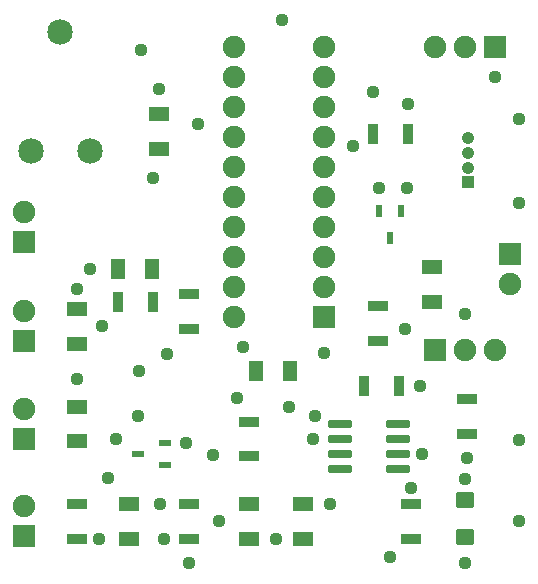
<source format=gts>
G04 ================== begin FILE IDENTIFICATION RECORD ==================*
G04 Layout Name:  WCSA_SystemSchem_4-Layer.brd*
G04 Film Name:    SMT*
G04 File Format:  Gerber RS274X*
G04 File Origin:  Cadence Allegro 17.4-S013*
G04 Origin Date:  Thu May  5 23:29:30 2022*
G04 *
G04 Layer:  VIA CLASS/SOLDERMASK_TOP*
G04 Layer:  PIN/SOLDERMASK_TOP*
G04 *
G04 Offset:    (0.00 0.00)*
G04 Mirror:    No*
G04 Mode:      Positive*
G04 Rotation:  0*
G04 FullContactRelief:  No*
G04 UndefLineWidth:     5.00*
G04 ================== end FILE IDENTIFICATION RECORD ====================*
%FSLAX25Y25*MOIN*%
%IR0*IPPOS*OFA0.00000B0.00000*MIA0B0*SFA1.00000B1.00000*%
%ADD23C,.041*%
%ADD15C,.044*%
%ADD22R,.041X.041*%
%ADD11C,.075*%
%ADD12C,.085*%
%ADD10R,.075X.075*%
%AMMACRO19*
4,1,40,.03583,-.01181,
-.03583,-.01181,
-.036343,-.011764,
-.036841,-.011629,
-.037308,-.01141,
-.037729,-.011114,
-.038093,-.010748,
-.038387,-.010325,
-.038604,-.009858,
-.038736,-.00936,
-.03878,-.00886,
-.03878,.00886,
-.038734,.009373,
-.038599,.009871,
-.03838,.010338,
-.038084,.010759,
-.037718,.011123,
-.037295,.011417,
-.036828,.011634,
-.03633,.011766,
-.03583,.01181,
.03583,.01181,
.036343,.011764,
.036841,.011629,
.037308,.01141,
.037729,.011114,
.038093,.010748,
.038387,.010325,
.038604,.009858,
.038736,.00936,
.03878,.00886,
.03878,-.00886,
.038734,-.009373,
.038599,-.009871,
.03838,-.010338,
.038084,-.010759,
.037718,-.011123,
.037295,-.011417,
.036828,-.011634,
.03633,-.011766,
.03583,-.01181,
0.0*
%
%ADD19MACRO19*%
%ADD16R,.04X.02*%
%ADD20R,.02X.04*%
%ADD13R,.06811X.03819*%
%ADD18R,.03819X.06811*%
%ADD14R,.07165X.04567*%
%ADD17R,.04567X.07165*%
%AMMACRO21*
4,1,40,.03091,.01924,
.03091,-.01924,
.030792,-.020582,
.030443,-.021884,
.029874,-.023105,
.029101,-.024209,
.028148,-.025162,
.027044,-.025935,
.025822,-.026504,
.02452,-.026853,
.02318,-.02697,
-.02318,-.02697,
-.024522,-.026852,
-.025824,-.026503,
-.027045,-.025934,
-.028149,-.025161,
-.029102,-.024208,
-.029875,-.023104,
-.030444,-.021882,
-.030793,-.02058,
-.03091,-.01924,
-.03091,.01924,
-.030792,.020582,
-.030443,.021884,
-.029874,.023105,
-.029101,.024209,
-.028148,.025162,
-.027044,.025935,
-.025822,.026504,
-.02452,.026853,
-.02318,.02697,
.02318,.02697,
.024522,.026852,
.025824,.026503,
.027045,.025934,
.028149,.025161,
.029102,.024208,
.029875,.023104,
.030444,.021882,
.030793,.02058,
.03091,.01924,
0.0*
%
%ADD21MACRO21*%
%LPD*%
G75*
G54D10*
X-80000Y-80000D03*
Y-47500D03*
Y-15000D03*
Y18000D03*
X20000Y-7000D03*
X57000Y-18000D03*
X82000Y14000D03*
X77000Y83000D03*
G54D20*
X42000Y19500D03*
X38400Y28500D03*
X45600D03*
G54D11*
X-80000Y-70000D03*
Y-37500D03*
Y-5000D03*
Y28000D03*
X-10000Y-7000D03*
Y3000D03*
Y13000D03*
Y23000D03*
Y33000D03*
Y43000D03*
Y53000D03*
Y63000D03*
Y73000D03*
Y83000D03*
X20000Y13000D03*
Y3000D03*
Y43000D03*
Y33000D03*
Y23000D03*
Y63000D03*
Y53000D03*
Y73000D03*
Y83000D03*
X67000Y-18000D03*
Y83000D03*
X57000D03*
X77000Y-18000D03*
X82000Y4000D03*
G54D21*
X67000Y-80220D03*
Y-67701D03*
G54D12*
X-77842Y48630D03*
X-58158D03*
X-68000Y88000D03*
G54D13*
X-62500Y-80827D03*
Y-69173D03*
X-25000Y-80827D03*
Y-69173D03*
X-5000Y-53327D03*
Y-41673D03*
X-25000Y-10827D03*
Y827D03*
X38000Y-14827D03*
Y-3173D03*
X49000Y-80827D03*
Y-69173D03*
X67500Y-45827D03*
Y-34173D03*
G54D22*
X68000Y38000D03*
G54D14*
X-62500Y-48307D03*
Y-36693D03*
Y-15807D03*
Y-4193D03*
X-45000Y-80807D03*
Y-69193D03*
X-35000Y49193D03*
Y60807D03*
X-5000Y-80807D03*
Y-69193D03*
X13000Y-80807D03*
Y-69193D03*
X56000Y9807D03*
Y-1807D03*
G54D23*
X68000Y42921D03*
Y52764D03*
Y47843D03*
G54D15*
X-62500Y-27500D03*
Y2500D03*
X-58000Y9000D03*
X-55000Y-80827D03*
X-33500Y-80807D03*
X-34807Y-69193D03*
X-52000Y-60500D03*
X-49500Y-47600D03*
X-42000Y-40000D03*
X-41700Y-24700D03*
X-32400Y-19173D03*
X-54086Y-10000D03*
X-37100Y39400D03*
X-34950Y69000D03*
X-41000Y82200D03*
X-25000Y-89000D03*
X-15000Y-75000D03*
X-9000Y-34000D03*
X-17000Y-53000D03*
X-26000Y-48900D03*
X-6927Y-16928D03*
X-22000Y57500D03*
X4000Y-80807D03*
X16400Y-47500D03*
X17000Y-40000D03*
X8307Y-37000D03*
X6000Y92000D03*
X42000Y-87000D03*
X22000Y-69193D03*
X20000Y-19000D03*
X38400Y36000D03*
X29600Y50000D03*
X36173Y68300D03*
X67000Y-89000D03*
Y-61000D03*
X67500Y-54000D03*
X49000Y-64000D03*
X52500Y-52500D03*
X52000Y-30000D03*
X67000Y-6000D03*
X47000Y-11000D03*
X47800Y36200D03*
X47827Y64173D03*
X85000Y-75000D03*
Y-48000D03*
Y31000D03*
Y59000D03*
X77000Y73000D03*
G54D16*
X-33000Y-56100D03*
X-42000Y-52500D03*
X-33000Y-48900D03*
G54D17*
X-48807Y9000D03*
X-37193D03*
X8807Y-25000D03*
X-2807D03*
G54D18*
X-37173Y-2000D03*
X-48827D03*
X33173Y-30000D03*
X36173Y54000D03*
X44827Y-30000D03*
X47827Y54000D03*
G54D19*
X44724Y-57500D03*
X25276D03*
X44724Y-42500D03*
Y-47500D03*
Y-52500D03*
X25276D03*
Y-47500D03*
Y-42500D03*
M02*

</source>
